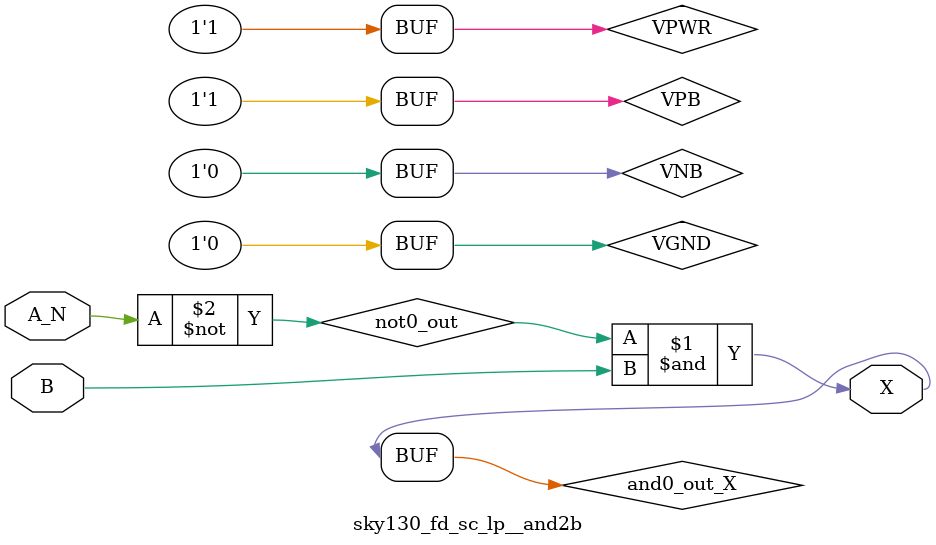
<source format=v>
/*
 * Copyright 2020 The SkyWater PDK Authors
 *
 * Licensed under the Apache License, Version 2.0 (the "License");
 * you may not use this file except in compliance with the License.
 * You may obtain a copy of the License at
 *
 *     https://www.apache.org/licenses/LICENSE-2.0
 *
 * Unless required by applicable law or agreed to in writing, software
 * distributed under the License is distributed on an "AS IS" BASIS,
 * WITHOUT WARRANTIES OR CONDITIONS OF ANY KIND, either express or implied.
 * See the License for the specific language governing permissions and
 * limitations under the License.
 *
 * SPDX-License-Identifier: Apache-2.0
*/


`ifndef SKY130_FD_SC_LP__AND2B_TIMING_V
`define SKY130_FD_SC_LP__AND2B_TIMING_V

/**
 * and2b: 2-input AND, first input inverted.
 *
 * Verilog simulation timing model.
 */

`timescale 1ns / 1ps
`default_nettype none

`celldefine
module sky130_fd_sc_lp__and2b (
    X  ,
    A_N,
    B
);

    // Module ports
    output X  ;
    input  A_N;
    input  B  ;

    // Module supplies
    supply1 VPWR;
    supply0 VGND;
    supply1 VPB ;
    supply0 VNB ;

    // Local signals
    wire not0_out  ;
    wire and0_out_X;

    //  Name  Output      Other arguments
    not not0 (not0_out  , A_N            );
    and and0 (and0_out_X, not0_out, B    );
    buf buf0 (X         , and0_out_X     );

endmodule
`endcelldefine

`default_nettype wire
`endif  // SKY130_FD_SC_LP__AND2B_TIMING_V

</source>
